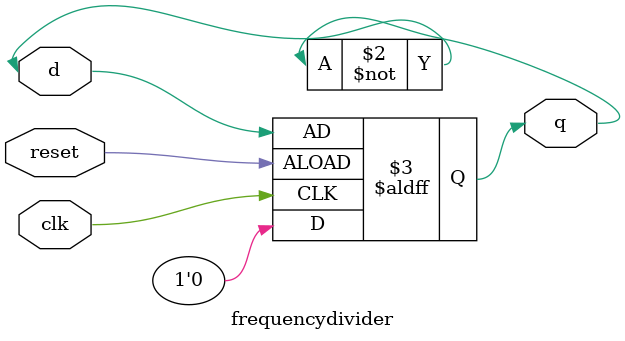
<source format=v>
`timescale 1ns / 1ps

module frequencydivider(
input d,
input clk,
input reset,
output reg q
);
always@(posedge clk or negedge reset)
begin
    if(reset)
        q <= 0;
    else 
        q <= d;
end
assign d = ~q;
endmodule

</source>
